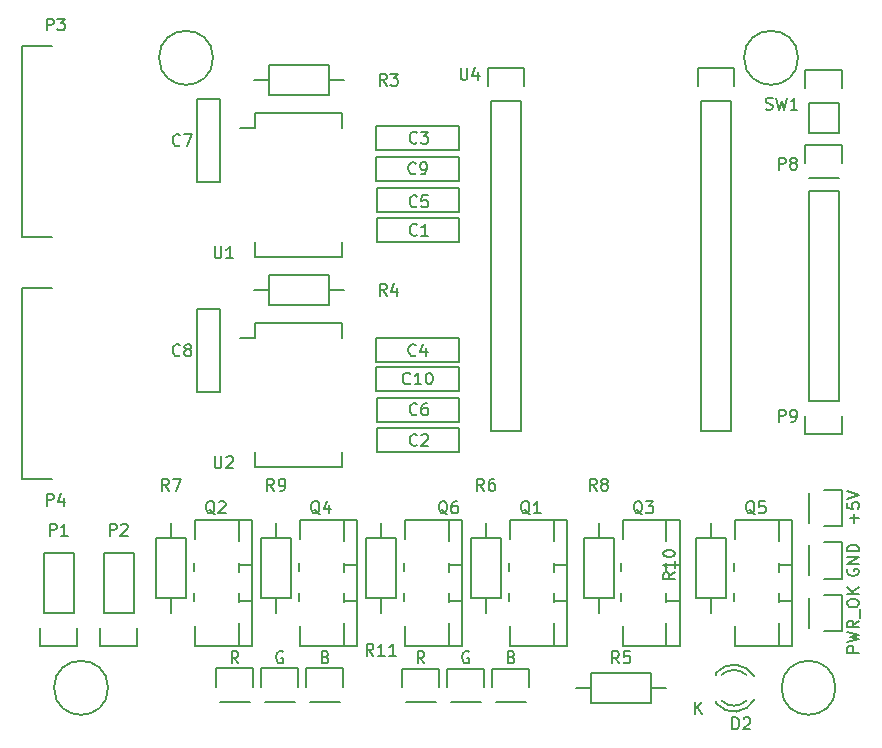
<source format=gto>
G04 #@! TF.FileFunction,Legend,Top*
%FSLAX46Y46*%
G04 Gerber Fmt 4.6, Leading zero omitted, Abs format (unit mm)*
G04 Created by KiCad (PCBNEW 4.0.0-stable) date Monday, December 21, 2015 'AMt' 12:47:19 AM*
%MOMM*%
G01*
G04 APERTURE LIST*
%ADD10C,0.100000*%
%ADD11C,0.150000*%
G04 APERTURE END LIST*
D10*
D11*
X152781000Y-128270000D02*
G75*
G03X152781000Y-128270000I-2286000J0D01*
G01*
X91186000Y-128270000D02*
G75*
G03X91186000Y-128270000I-2286000J0D01*
G01*
X103461143Y-126613701D02*
X103461143Y-128163701D01*
X100361143Y-128163701D02*
X100361143Y-126613701D01*
X100361143Y-126613701D02*
X103461143Y-126613701D01*
X100641143Y-129433701D02*
X103181143Y-129433701D01*
X100076000Y-74930000D02*
G75*
G03X100076000Y-74930000I-2286000J0D01*
G01*
X126164362Y-78575728D02*
X126164362Y-106515728D01*
X126164362Y-106515728D02*
X123624362Y-106515728D01*
X123624362Y-106515728D02*
X123624362Y-78575728D01*
X126444362Y-75755728D02*
X126444362Y-77305728D01*
X126164362Y-78575728D02*
X123624362Y-78575728D01*
X123344362Y-77305728D02*
X123344362Y-75755728D01*
X123344362Y-75755728D02*
X126444362Y-75755728D01*
X144224362Y-75755728D02*
X144224362Y-77305728D01*
X141124362Y-77305728D02*
X141124362Y-75755728D01*
X141124362Y-75755728D02*
X144224362Y-75755728D01*
X143944362Y-78575728D02*
X141404362Y-78575728D01*
X141404362Y-106515728D02*
X141404362Y-78575728D01*
X143944362Y-78575728D02*
X143944362Y-106515728D01*
X143944362Y-106515728D02*
X141404362Y-106515728D01*
X113935000Y-88535000D02*
X120935000Y-88535000D01*
X120935000Y-88535000D02*
X120935000Y-90535000D01*
X120935000Y-90535000D02*
X113935000Y-90535000D01*
X113935000Y-90535000D02*
X113935000Y-88535000D01*
X113935000Y-106315000D02*
X120935000Y-106315000D01*
X120935000Y-106315000D02*
X120935000Y-108315000D01*
X120935000Y-108315000D02*
X113935000Y-108315000D01*
X113935000Y-108315000D02*
X113935000Y-106315000D01*
X113905000Y-80735000D02*
X120905000Y-80735000D01*
X120905000Y-80735000D02*
X120905000Y-82735000D01*
X120905000Y-82735000D02*
X113905000Y-82735000D01*
X113905000Y-82735000D02*
X113905000Y-80735000D01*
X113905000Y-98695000D02*
X120905000Y-98695000D01*
X120905000Y-98695000D02*
X120905000Y-100695000D01*
X120905000Y-100695000D02*
X113905000Y-100695000D01*
X113905000Y-100695000D02*
X113905000Y-98695000D01*
X113935000Y-85995000D02*
X120935000Y-85995000D01*
X120935000Y-85995000D02*
X120935000Y-87995000D01*
X120935000Y-87995000D02*
X113935000Y-87995000D01*
X113935000Y-87995000D02*
X113935000Y-85995000D01*
X113935000Y-103775000D02*
X120935000Y-103775000D01*
X120935000Y-103775000D02*
X120935000Y-105775000D01*
X120935000Y-105775000D02*
X113935000Y-105775000D01*
X113935000Y-105775000D02*
X113935000Y-103775000D01*
X98695000Y-85455000D02*
X98695000Y-78455000D01*
X98695000Y-78455000D02*
X100695000Y-78455000D01*
X100695000Y-78455000D02*
X100695000Y-85455000D01*
X100695000Y-85455000D02*
X98695000Y-85455000D01*
X98695000Y-103235000D02*
X98695000Y-96235000D01*
X98695000Y-96235000D02*
X100695000Y-96235000D01*
X100695000Y-96235000D02*
X100695000Y-103235000D01*
X100695000Y-103235000D02*
X98695000Y-103235000D01*
X119213459Y-126645719D02*
X119213459Y-128195719D01*
X116113459Y-128195719D02*
X116113459Y-126645719D01*
X116113459Y-126645719D02*
X119213459Y-126645719D01*
X116393459Y-129465719D02*
X118933459Y-129465719D01*
X123023459Y-126645719D02*
X123023459Y-128195719D01*
X119923459Y-128195719D02*
X119923459Y-126645719D01*
X119923459Y-126645719D02*
X123023459Y-126645719D01*
X120203459Y-129465719D02*
X122743459Y-129465719D01*
X107271143Y-126613701D02*
X107271143Y-128163701D01*
X104171143Y-128163701D02*
X104171143Y-126613701D01*
X104171143Y-126613701D02*
X107271143Y-126613701D01*
X104451143Y-129433701D02*
X106991143Y-129433701D01*
X126833459Y-126645719D02*
X126833459Y-128195719D01*
X123733459Y-128195719D02*
X123733459Y-126645719D01*
X123733459Y-126645719D02*
X126833459Y-126645719D01*
X124013459Y-129465719D02*
X126553459Y-129465719D01*
X111081143Y-126613701D02*
X111081143Y-128163701D01*
X107981143Y-128163701D02*
X107981143Y-126613701D01*
X107981143Y-126613701D02*
X111081143Y-126613701D01*
X108261143Y-129433701D02*
X110801143Y-129433701D01*
X88265000Y-121920000D02*
X88265000Y-116840000D01*
X88265000Y-116840000D02*
X85725000Y-116840000D01*
X85725000Y-116840000D02*
X85725000Y-121920000D01*
X85445000Y-124740000D02*
X85445000Y-123190000D01*
X85725000Y-121920000D02*
X88265000Y-121920000D01*
X88545000Y-123190000D02*
X88545000Y-124740000D01*
X88545000Y-124740000D02*
X85445000Y-124740000D01*
X93345000Y-121920000D02*
X93345000Y-116840000D01*
X93345000Y-116840000D02*
X90805000Y-116840000D01*
X90805000Y-116840000D02*
X90805000Y-121920000D01*
X90525000Y-124740000D02*
X90525000Y-123190000D01*
X90805000Y-121920000D02*
X93345000Y-121920000D01*
X93625000Y-123190000D02*
X93625000Y-124740000D01*
X93625000Y-124740000D02*
X90525000Y-124740000D01*
X153315000Y-123470000D02*
X151765000Y-123470000D01*
X151765000Y-120370000D02*
X153315000Y-120370000D01*
X153315000Y-120370000D02*
X153315000Y-123470000D01*
X150495000Y-120650000D02*
X150495000Y-123190000D01*
X153315000Y-114580000D02*
X151765000Y-114580000D01*
X151765000Y-111480000D02*
X153315000Y-111480000D01*
X153315000Y-111480000D02*
X153315000Y-114580000D01*
X150495000Y-111760000D02*
X150495000Y-114300000D01*
X153315000Y-119025000D02*
X151765000Y-119025000D01*
X151765000Y-115925000D02*
X153315000Y-115925000D01*
X153315000Y-115925000D02*
X153315000Y-119025000D01*
X150495000Y-116205000D02*
X150495000Y-118745000D01*
X153315000Y-82270000D02*
X153315000Y-83820000D01*
X150215000Y-83820000D02*
X150215000Y-82270000D01*
X150215000Y-82270000D02*
X153315000Y-82270000D01*
X150495000Y-85090000D02*
X153035000Y-85090000D01*
X150495000Y-103975728D02*
X150495000Y-86195728D01*
X150495000Y-86195728D02*
X153035000Y-86195728D01*
X153035000Y-86195728D02*
X153035000Y-103975728D01*
X150215000Y-106795728D02*
X150215000Y-105245728D01*
X150495000Y-103975728D02*
X153035000Y-103975728D01*
X153315000Y-105245728D02*
X153315000Y-106795728D01*
X153315000Y-106795728D02*
X150215000Y-106795728D01*
X109855000Y-78105000D02*
X104775000Y-78105000D01*
X104775000Y-78105000D02*
X104775000Y-75565000D01*
X104775000Y-75565000D02*
X109855000Y-75565000D01*
X109855000Y-75565000D02*
X109855000Y-78105000D01*
X109855000Y-76835000D02*
X111125000Y-76835000D01*
X104775000Y-76835000D02*
X103505000Y-76835000D01*
X109855000Y-95885000D02*
X104775000Y-95885000D01*
X104775000Y-95885000D02*
X104775000Y-93345000D01*
X104775000Y-93345000D02*
X109855000Y-93345000D01*
X109855000Y-93345000D02*
X109855000Y-95885000D01*
X109855000Y-94615000D02*
X111125000Y-94615000D01*
X104775000Y-94615000D02*
X103505000Y-94615000D01*
X132080000Y-127000000D02*
X137160000Y-127000000D01*
X137160000Y-127000000D02*
X137160000Y-129540000D01*
X137160000Y-129540000D02*
X132080000Y-129540000D01*
X132080000Y-129540000D02*
X132080000Y-127000000D01*
X132080000Y-128270000D02*
X130810000Y-128270000D01*
X137160000Y-128270000D02*
X138430000Y-128270000D01*
X121920000Y-120650000D02*
X121920000Y-115570000D01*
X121920000Y-115570000D02*
X124460000Y-115570000D01*
X124460000Y-115570000D02*
X124460000Y-120650000D01*
X124460000Y-120650000D02*
X121920000Y-120650000D01*
X123190000Y-120650000D02*
X123190000Y-121920000D01*
X123190000Y-115570000D02*
X123190000Y-114300000D01*
X95250000Y-120650000D02*
X95250000Y-115570000D01*
X95250000Y-115570000D02*
X97790000Y-115570000D01*
X97790000Y-115570000D02*
X97790000Y-120650000D01*
X97790000Y-120650000D02*
X95250000Y-120650000D01*
X96520000Y-120650000D02*
X96520000Y-121920000D01*
X96520000Y-115570000D02*
X96520000Y-114300000D01*
X131445000Y-120650000D02*
X131445000Y-115570000D01*
X131445000Y-115570000D02*
X133985000Y-115570000D01*
X133985000Y-115570000D02*
X133985000Y-120650000D01*
X133985000Y-120650000D02*
X131445000Y-120650000D01*
X132715000Y-120650000D02*
X132715000Y-121920000D01*
X132715000Y-115570000D02*
X132715000Y-114300000D01*
X104140000Y-120650000D02*
X104140000Y-115570000D01*
X104140000Y-115570000D02*
X106680000Y-115570000D01*
X106680000Y-115570000D02*
X106680000Y-120650000D01*
X106680000Y-120650000D02*
X104140000Y-120650000D01*
X105410000Y-120650000D02*
X105410000Y-121920000D01*
X105410000Y-115570000D02*
X105410000Y-114300000D01*
X140970000Y-120650000D02*
X140970000Y-115570000D01*
X140970000Y-115570000D02*
X143510000Y-115570000D01*
X143510000Y-115570000D02*
X143510000Y-120650000D01*
X143510000Y-120650000D02*
X140970000Y-120650000D01*
X142240000Y-120650000D02*
X142240000Y-121920000D01*
X142240000Y-115570000D02*
X142240000Y-114300000D01*
X113030000Y-120650000D02*
X113030000Y-115570000D01*
X113030000Y-115570000D02*
X115570000Y-115570000D01*
X115570000Y-115570000D02*
X115570000Y-120650000D01*
X115570000Y-120650000D02*
X113030000Y-120650000D01*
X114300000Y-120650000D02*
X114300000Y-121920000D01*
X114300000Y-115570000D02*
X114300000Y-114300000D01*
X153035000Y-78740000D02*
X153035000Y-81280000D01*
X153315000Y-75920000D02*
X153315000Y-77470000D01*
X153035000Y-78740000D02*
X150495000Y-78740000D01*
X150215000Y-77470000D02*
X150215000Y-75920000D01*
X150215000Y-75920000D02*
X153315000Y-75920000D01*
X150495000Y-78740000D02*
X150495000Y-81280000D01*
X150495000Y-81280000D02*
X153035000Y-81280000D01*
X103640000Y-79620000D02*
X103640000Y-80890000D01*
X110990000Y-79620000D02*
X110990000Y-80890000D01*
X110990000Y-91830000D02*
X110990000Y-90560000D01*
X103640000Y-91830000D02*
X103640000Y-90560000D01*
X103640000Y-79620000D02*
X110990000Y-79620000D01*
X103640000Y-91830000D02*
X110990000Y-91830000D01*
X103640000Y-80890000D02*
X102355000Y-80890000D01*
X103640000Y-97400000D02*
X103640000Y-98670000D01*
X110990000Y-97400000D02*
X110990000Y-98670000D01*
X110990000Y-109610000D02*
X110990000Y-108340000D01*
X103640000Y-109610000D02*
X103640000Y-108340000D01*
X103640000Y-97400000D02*
X110990000Y-97400000D01*
X103640000Y-109610000D02*
X110990000Y-109610000D01*
X103640000Y-98670000D02*
X102355000Y-98670000D01*
X83893607Y-73935000D02*
X86433607Y-73935000D01*
X83893607Y-90135000D02*
X86433607Y-90135000D01*
X83893607Y-90135000D02*
X83893607Y-73935000D01*
X83893607Y-94382355D02*
X86433607Y-94382355D01*
X83893607Y-110582355D02*
X86433607Y-110582355D01*
X83893607Y-110582355D02*
X83893607Y-94382355D01*
X102235000Y-124714000D02*
X102235000Y-122809000D01*
X102235000Y-120269000D02*
X102235000Y-121031000D01*
X102235000Y-117856000D02*
X102235000Y-117729000D01*
X102235000Y-117856000D02*
X102235000Y-118491000D01*
X102235000Y-114046000D02*
X102235000Y-115824000D01*
X98552000Y-114046000D02*
X98552000Y-115697000D01*
X98425000Y-118364000D02*
X98425000Y-117729000D01*
X98425000Y-120904000D02*
X98425000Y-120269000D01*
X98552000Y-124714000D02*
X98552000Y-123063000D01*
X103378000Y-117856000D02*
X102235000Y-117856000D01*
X103378000Y-120904000D02*
X102235000Y-120904000D01*
X102235000Y-124714000D02*
X98552000Y-124714000D01*
X98552000Y-114046000D02*
X102235000Y-114046000D01*
X103378000Y-124714000D02*
X102235000Y-124714000D01*
X102235000Y-114046000D02*
X103378000Y-114046000D01*
X103378000Y-119380000D02*
X103378000Y-114046000D01*
X103378000Y-119380000D02*
X103378000Y-124714000D01*
X111125000Y-124714000D02*
X111125000Y-122809000D01*
X111125000Y-120269000D02*
X111125000Y-121031000D01*
X111125000Y-117856000D02*
X111125000Y-117729000D01*
X111125000Y-117856000D02*
X111125000Y-118491000D01*
X111125000Y-114046000D02*
X111125000Y-115824000D01*
X107442000Y-114046000D02*
X107442000Y-115697000D01*
X107315000Y-118364000D02*
X107315000Y-117729000D01*
X107315000Y-120904000D02*
X107315000Y-120269000D01*
X107442000Y-124714000D02*
X107442000Y-123063000D01*
X112268000Y-117856000D02*
X111125000Y-117856000D01*
X112268000Y-120904000D02*
X111125000Y-120904000D01*
X111125000Y-124714000D02*
X107442000Y-124714000D01*
X107442000Y-114046000D02*
X111125000Y-114046000D01*
X112268000Y-124714000D02*
X111125000Y-124714000D01*
X111125000Y-114046000D02*
X112268000Y-114046000D01*
X112268000Y-119380000D02*
X112268000Y-114046000D01*
X112268000Y-119380000D02*
X112268000Y-124714000D01*
X120015000Y-124714000D02*
X120015000Y-122809000D01*
X120015000Y-120269000D02*
X120015000Y-121031000D01*
X120015000Y-117856000D02*
X120015000Y-117729000D01*
X120015000Y-117856000D02*
X120015000Y-118491000D01*
X120015000Y-114046000D02*
X120015000Y-115824000D01*
X116332000Y-114046000D02*
X116332000Y-115697000D01*
X116205000Y-118364000D02*
X116205000Y-117729000D01*
X116205000Y-120904000D02*
X116205000Y-120269000D01*
X116332000Y-124714000D02*
X116332000Y-123063000D01*
X121158000Y-117856000D02*
X120015000Y-117856000D01*
X121158000Y-120904000D02*
X120015000Y-120904000D01*
X120015000Y-124714000D02*
X116332000Y-124714000D01*
X116332000Y-114046000D02*
X120015000Y-114046000D01*
X121158000Y-124714000D02*
X120015000Y-124714000D01*
X120015000Y-114046000D02*
X121158000Y-114046000D01*
X121158000Y-119380000D02*
X121158000Y-114046000D01*
X121158000Y-119380000D02*
X121158000Y-124714000D01*
X128905000Y-124714000D02*
X128905000Y-122809000D01*
X128905000Y-120269000D02*
X128905000Y-121031000D01*
X128905000Y-117856000D02*
X128905000Y-117729000D01*
X128905000Y-117856000D02*
X128905000Y-118491000D01*
X128905000Y-114046000D02*
X128905000Y-115824000D01*
X125222000Y-114046000D02*
X125222000Y-115697000D01*
X125095000Y-118364000D02*
X125095000Y-117729000D01*
X125095000Y-120904000D02*
X125095000Y-120269000D01*
X125222000Y-124714000D02*
X125222000Y-123063000D01*
X130048000Y-117856000D02*
X128905000Y-117856000D01*
X130048000Y-120904000D02*
X128905000Y-120904000D01*
X128905000Y-124714000D02*
X125222000Y-124714000D01*
X125222000Y-114046000D02*
X128905000Y-114046000D01*
X130048000Y-124714000D02*
X128905000Y-124714000D01*
X128905000Y-114046000D02*
X130048000Y-114046000D01*
X130048000Y-119380000D02*
X130048000Y-114046000D01*
X130048000Y-119380000D02*
X130048000Y-124714000D01*
X138430000Y-124714000D02*
X138430000Y-122809000D01*
X138430000Y-120269000D02*
X138430000Y-121031000D01*
X138430000Y-117856000D02*
X138430000Y-117729000D01*
X138430000Y-117856000D02*
X138430000Y-118491000D01*
X138430000Y-114046000D02*
X138430000Y-115824000D01*
X134747000Y-114046000D02*
X134747000Y-115697000D01*
X134620000Y-118364000D02*
X134620000Y-117729000D01*
X134620000Y-120904000D02*
X134620000Y-120269000D01*
X134747000Y-124714000D02*
X134747000Y-123063000D01*
X139573000Y-117856000D02*
X138430000Y-117856000D01*
X139573000Y-120904000D02*
X138430000Y-120904000D01*
X138430000Y-124714000D02*
X134747000Y-124714000D01*
X134747000Y-114046000D02*
X138430000Y-114046000D01*
X139573000Y-124714000D02*
X138430000Y-124714000D01*
X138430000Y-114046000D02*
X139573000Y-114046000D01*
X139573000Y-119380000D02*
X139573000Y-114046000D01*
X139573000Y-119380000D02*
X139573000Y-124714000D01*
X147955000Y-124714000D02*
X147955000Y-122809000D01*
X147955000Y-120269000D02*
X147955000Y-121031000D01*
X147955000Y-117856000D02*
X147955000Y-117729000D01*
X147955000Y-117856000D02*
X147955000Y-118491000D01*
X147955000Y-114046000D02*
X147955000Y-115824000D01*
X144272000Y-114046000D02*
X144272000Y-115697000D01*
X144145000Y-118364000D02*
X144145000Y-117729000D01*
X144145000Y-120904000D02*
X144145000Y-120269000D01*
X144272000Y-124714000D02*
X144272000Y-123063000D01*
X149098000Y-117856000D02*
X147955000Y-117856000D01*
X149098000Y-120904000D02*
X147955000Y-120904000D01*
X147955000Y-124714000D02*
X144272000Y-124714000D01*
X144272000Y-114046000D02*
X147955000Y-114046000D01*
X149098000Y-124714000D02*
X147955000Y-124714000D01*
X147955000Y-114046000D02*
X149098000Y-114046000D01*
X149098000Y-119380000D02*
X149098000Y-114046000D01*
X149098000Y-119380000D02*
X149098000Y-124714000D01*
X149606000Y-74930000D02*
G75*
G03X149606000Y-74930000I-2286000J0D01*
G01*
X113905000Y-83335000D02*
X120905000Y-83335000D01*
X120905000Y-83335000D02*
X120905000Y-85335000D01*
X120905000Y-85335000D02*
X113905000Y-85335000D01*
X113905000Y-85335000D02*
X113905000Y-83335000D01*
X113905000Y-101135000D02*
X120905000Y-101135000D01*
X120905000Y-101135000D02*
X120905000Y-103135000D01*
X120905000Y-103135000D02*
X113905000Y-103135000D01*
X113905000Y-103135000D02*
X113905000Y-101135000D01*
X142676000Y-129584000D02*
X142676000Y-129384000D01*
X142676000Y-126990000D02*
X142676000Y-127170000D01*
X145903744Y-127300357D02*
G75*
G03X142676000Y-126984000I-1727744J-1003643D01*
G01*
X145228006Y-127170932D02*
G75*
G03X143125000Y-127170000I-1052006J-1133068D01*
G01*
X142688780Y-129610726D02*
G75*
G03X145926000Y-129264000I1497220J1306726D01*
G01*
X143162111Y-129383253D02*
G75*
G03X145210000Y-129364000I1013889J1079253D01*
G01*
X102220667Y-126182381D02*
X101887333Y-125706190D01*
X101649238Y-126182381D02*
X101649238Y-125182381D01*
X102030191Y-125182381D01*
X102125429Y-125230000D01*
X102173048Y-125277619D01*
X102220667Y-125372857D01*
X102220667Y-125515714D01*
X102173048Y-125610952D01*
X102125429Y-125658571D01*
X102030191Y-125706190D01*
X101649238Y-125706190D01*
X121031095Y-75779381D02*
X121031095Y-76588905D01*
X121078714Y-76684143D01*
X121126333Y-76731762D01*
X121221571Y-76779381D01*
X121412048Y-76779381D01*
X121507286Y-76731762D01*
X121554905Y-76684143D01*
X121602524Y-76588905D01*
X121602524Y-75779381D01*
X122507286Y-76112714D02*
X122507286Y-76779381D01*
X122269190Y-75731762D02*
X122031095Y-76446048D01*
X122650143Y-76446048D01*
X117338334Y-89892143D02*
X117290715Y-89939762D01*
X117147858Y-89987381D01*
X117052620Y-89987381D01*
X116909762Y-89939762D01*
X116814524Y-89844524D01*
X116766905Y-89749286D01*
X116719286Y-89558810D01*
X116719286Y-89415952D01*
X116766905Y-89225476D01*
X116814524Y-89130238D01*
X116909762Y-89035000D01*
X117052620Y-88987381D01*
X117147858Y-88987381D01*
X117290715Y-89035000D01*
X117338334Y-89082619D01*
X118290715Y-89987381D02*
X117719286Y-89987381D01*
X118005000Y-89987381D02*
X118005000Y-88987381D01*
X117909762Y-89130238D01*
X117814524Y-89225476D01*
X117719286Y-89273095D01*
X117338334Y-107692143D02*
X117290715Y-107739762D01*
X117147858Y-107787381D01*
X117052620Y-107787381D01*
X116909762Y-107739762D01*
X116814524Y-107644524D01*
X116766905Y-107549286D01*
X116719286Y-107358810D01*
X116719286Y-107215952D01*
X116766905Y-107025476D01*
X116814524Y-106930238D01*
X116909762Y-106835000D01*
X117052620Y-106787381D01*
X117147858Y-106787381D01*
X117290715Y-106835000D01*
X117338334Y-106882619D01*
X117719286Y-106882619D02*
X117766905Y-106835000D01*
X117862143Y-106787381D01*
X118100239Y-106787381D01*
X118195477Y-106835000D01*
X118243096Y-106882619D01*
X118290715Y-106977857D01*
X118290715Y-107073095D01*
X118243096Y-107215952D01*
X117671667Y-107787381D01*
X118290715Y-107787381D01*
X117338334Y-82092143D02*
X117290715Y-82139762D01*
X117147858Y-82187381D01*
X117052620Y-82187381D01*
X116909762Y-82139762D01*
X116814524Y-82044524D01*
X116766905Y-81949286D01*
X116719286Y-81758810D01*
X116719286Y-81615952D01*
X116766905Y-81425476D01*
X116814524Y-81330238D01*
X116909762Y-81235000D01*
X117052620Y-81187381D01*
X117147858Y-81187381D01*
X117290715Y-81235000D01*
X117338334Y-81282619D01*
X117671667Y-81187381D02*
X118290715Y-81187381D01*
X117957381Y-81568333D01*
X118100239Y-81568333D01*
X118195477Y-81615952D01*
X118243096Y-81663571D01*
X118290715Y-81758810D01*
X118290715Y-81996905D01*
X118243096Y-82092143D01*
X118195477Y-82139762D01*
X118100239Y-82187381D01*
X117814524Y-82187381D01*
X117719286Y-82139762D01*
X117671667Y-82092143D01*
X117238334Y-100092143D02*
X117190715Y-100139762D01*
X117047858Y-100187381D01*
X116952620Y-100187381D01*
X116809762Y-100139762D01*
X116714524Y-100044524D01*
X116666905Y-99949286D01*
X116619286Y-99758810D01*
X116619286Y-99615952D01*
X116666905Y-99425476D01*
X116714524Y-99330238D01*
X116809762Y-99235000D01*
X116952620Y-99187381D01*
X117047858Y-99187381D01*
X117190715Y-99235000D01*
X117238334Y-99282619D01*
X118095477Y-99520714D02*
X118095477Y-100187381D01*
X117857381Y-99139762D02*
X117619286Y-99854048D01*
X118238334Y-99854048D01*
X117338334Y-87492143D02*
X117290715Y-87539762D01*
X117147858Y-87587381D01*
X117052620Y-87587381D01*
X116909762Y-87539762D01*
X116814524Y-87444524D01*
X116766905Y-87349286D01*
X116719286Y-87158810D01*
X116719286Y-87015952D01*
X116766905Y-86825476D01*
X116814524Y-86730238D01*
X116909762Y-86635000D01*
X117052620Y-86587381D01*
X117147858Y-86587381D01*
X117290715Y-86635000D01*
X117338334Y-86682619D01*
X118243096Y-86587381D02*
X117766905Y-86587381D01*
X117719286Y-87063571D01*
X117766905Y-87015952D01*
X117862143Y-86968333D01*
X118100239Y-86968333D01*
X118195477Y-87015952D01*
X118243096Y-87063571D01*
X118290715Y-87158810D01*
X118290715Y-87396905D01*
X118243096Y-87492143D01*
X118195477Y-87539762D01*
X118100239Y-87587381D01*
X117862143Y-87587381D01*
X117766905Y-87539762D01*
X117719286Y-87492143D01*
X117338334Y-105092143D02*
X117290715Y-105139762D01*
X117147858Y-105187381D01*
X117052620Y-105187381D01*
X116909762Y-105139762D01*
X116814524Y-105044524D01*
X116766905Y-104949286D01*
X116719286Y-104758810D01*
X116719286Y-104615952D01*
X116766905Y-104425476D01*
X116814524Y-104330238D01*
X116909762Y-104235000D01*
X117052620Y-104187381D01*
X117147858Y-104187381D01*
X117290715Y-104235000D01*
X117338334Y-104282619D01*
X118195477Y-104187381D02*
X118005000Y-104187381D01*
X117909762Y-104235000D01*
X117862143Y-104282619D01*
X117766905Y-104425476D01*
X117719286Y-104615952D01*
X117719286Y-104996905D01*
X117766905Y-105092143D01*
X117814524Y-105139762D01*
X117909762Y-105187381D01*
X118100239Y-105187381D01*
X118195477Y-105139762D01*
X118243096Y-105092143D01*
X118290715Y-104996905D01*
X118290715Y-104758810D01*
X118243096Y-104663571D01*
X118195477Y-104615952D01*
X118100239Y-104568333D01*
X117909762Y-104568333D01*
X117814524Y-104615952D01*
X117766905Y-104663571D01*
X117719286Y-104758810D01*
X97278334Y-82312143D02*
X97230715Y-82359762D01*
X97087858Y-82407381D01*
X96992620Y-82407381D01*
X96849762Y-82359762D01*
X96754524Y-82264524D01*
X96706905Y-82169286D01*
X96659286Y-81978810D01*
X96659286Y-81835952D01*
X96706905Y-81645476D01*
X96754524Y-81550238D01*
X96849762Y-81455000D01*
X96992620Y-81407381D01*
X97087858Y-81407381D01*
X97230715Y-81455000D01*
X97278334Y-81502619D01*
X97611667Y-81407381D02*
X98278334Y-81407381D01*
X97849762Y-82407381D01*
X97278334Y-100092143D02*
X97230715Y-100139762D01*
X97087858Y-100187381D01*
X96992620Y-100187381D01*
X96849762Y-100139762D01*
X96754524Y-100044524D01*
X96706905Y-99949286D01*
X96659286Y-99758810D01*
X96659286Y-99615952D01*
X96706905Y-99425476D01*
X96754524Y-99330238D01*
X96849762Y-99235000D01*
X96992620Y-99187381D01*
X97087858Y-99187381D01*
X97230715Y-99235000D01*
X97278334Y-99282619D01*
X97849762Y-99615952D02*
X97754524Y-99568333D01*
X97706905Y-99520714D01*
X97659286Y-99425476D01*
X97659286Y-99377857D01*
X97706905Y-99282619D01*
X97754524Y-99235000D01*
X97849762Y-99187381D01*
X98040239Y-99187381D01*
X98135477Y-99235000D01*
X98183096Y-99282619D01*
X98230715Y-99377857D01*
X98230715Y-99425476D01*
X98183096Y-99520714D01*
X98135477Y-99568333D01*
X98040239Y-99615952D01*
X97849762Y-99615952D01*
X97754524Y-99663571D01*
X97706905Y-99711190D01*
X97659286Y-99806429D01*
X97659286Y-99996905D01*
X97706905Y-100092143D01*
X97754524Y-100139762D01*
X97849762Y-100187381D01*
X98040239Y-100187381D01*
X98135477Y-100139762D01*
X98183096Y-100092143D01*
X98230715Y-99996905D01*
X98230715Y-99806429D01*
X98183096Y-99711190D01*
X98135477Y-99663571D01*
X98040239Y-99615952D01*
X117972983Y-126182381D02*
X117639649Y-125706190D01*
X117401554Y-126182381D02*
X117401554Y-125182381D01*
X117782507Y-125182381D01*
X117877745Y-125230000D01*
X117925364Y-125277619D01*
X117972983Y-125372857D01*
X117972983Y-125515714D01*
X117925364Y-125610952D01*
X117877745Y-125658571D01*
X117782507Y-125706190D01*
X117401554Y-125706190D01*
X121735364Y-125230000D02*
X121640126Y-125182381D01*
X121497269Y-125182381D01*
X121354411Y-125230000D01*
X121259173Y-125325238D01*
X121211554Y-125420476D01*
X121163935Y-125610952D01*
X121163935Y-125753810D01*
X121211554Y-125944286D01*
X121259173Y-126039524D01*
X121354411Y-126134762D01*
X121497269Y-126182381D01*
X121592507Y-126182381D01*
X121735364Y-126134762D01*
X121782983Y-126087143D01*
X121782983Y-125753810D01*
X121592507Y-125753810D01*
X105983048Y-125230000D02*
X105887810Y-125182381D01*
X105744953Y-125182381D01*
X105602095Y-125230000D01*
X105506857Y-125325238D01*
X105459238Y-125420476D01*
X105411619Y-125610952D01*
X105411619Y-125753810D01*
X105459238Y-125944286D01*
X105506857Y-126039524D01*
X105602095Y-126134762D01*
X105744953Y-126182381D01*
X105840191Y-126182381D01*
X105983048Y-126134762D01*
X106030667Y-126087143D01*
X106030667Y-125753810D01*
X105840191Y-125753810D01*
X125354888Y-125658571D02*
X125497745Y-125706190D01*
X125545364Y-125753810D01*
X125592983Y-125849048D01*
X125592983Y-125991905D01*
X125545364Y-126087143D01*
X125497745Y-126134762D01*
X125402507Y-126182381D01*
X125021554Y-126182381D01*
X125021554Y-125182381D01*
X125354888Y-125182381D01*
X125450126Y-125230000D01*
X125497745Y-125277619D01*
X125545364Y-125372857D01*
X125545364Y-125468095D01*
X125497745Y-125563333D01*
X125450126Y-125610952D01*
X125354888Y-125658571D01*
X125021554Y-125658571D01*
X109602572Y-125658571D02*
X109745429Y-125706190D01*
X109793048Y-125753810D01*
X109840667Y-125849048D01*
X109840667Y-125991905D01*
X109793048Y-126087143D01*
X109745429Y-126134762D01*
X109650191Y-126182381D01*
X109269238Y-126182381D01*
X109269238Y-125182381D01*
X109602572Y-125182381D01*
X109697810Y-125230000D01*
X109745429Y-125277619D01*
X109793048Y-125372857D01*
X109793048Y-125468095D01*
X109745429Y-125563333D01*
X109697810Y-125610952D01*
X109602572Y-125658571D01*
X109269238Y-125658571D01*
X86256905Y-115387381D02*
X86256905Y-114387381D01*
X86637858Y-114387381D01*
X86733096Y-114435000D01*
X86780715Y-114482619D01*
X86828334Y-114577857D01*
X86828334Y-114720714D01*
X86780715Y-114815952D01*
X86733096Y-114863571D01*
X86637858Y-114911190D01*
X86256905Y-114911190D01*
X87780715Y-115387381D02*
X87209286Y-115387381D01*
X87495000Y-115387381D02*
X87495000Y-114387381D01*
X87399762Y-114530238D01*
X87304524Y-114625476D01*
X87209286Y-114673095D01*
X91336905Y-115387381D02*
X91336905Y-114387381D01*
X91717858Y-114387381D01*
X91813096Y-114435000D01*
X91860715Y-114482619D01*
X91908334Y-114577857D01*
X91908334Y-114720714D01*
X91860715Y-114815952D01*
X91813096Y-114863571D01*
X91717858Y-114911190D01*
X91336905Y-114911190D01*
X92289286Y-114482619D02*
X92336905Y-114435000D01*
X92432143Y-114387381D01*
X92670239Y-114387381D01*
X92765477Y-114435000D01*
X92813096Y-114482619D01*
X92860715Y-114577857D01*
X92860715Y-114673095D01*
X92813096Y-114815952D01*
X92241667Y-115387381D01*
X92860715Y-115387381D01*
X154757381Y-125293095D02*
X153757381Y-125293095D01*
X153757381Y-124912142D01*
X153805000Y-124816904D01*
X153852619Y-124769285D01*
X153947857Y-124721666D01*
X154090714Y-124721666D01*
X154185952Y-124769285D01*
X154233571Y-124816904D01*
X154281190Y-124912142D01*
X154281190Y-125293095D01*
X153757381Y-124388333D02*
X154757381Y-124150238D01*
X154043095Y-123959761D01*
X154757381Y-123769285D01*
X153757381Y-123531190D01*
X154757381Y-122578809D02*
X154281190Y-122912143D01*
X154757381Y-123150238D02*
X153757381Y-123150238D01*
X153757381Y-122769285D01*
X153805000Y-122674047D01*
X153852619Y-122626428D01*
X153947857Y-122578809D01*
X154090714Y-122578809D01*
X154185952Y-122626428D01*
X154233571Y-122674047D01*
X154281190Y-122769285D01*
X154281190Y-123150238D01*
X154852619Y-122388333D02*
X154852619Y-121626428D01*
X153757381Y-121197857D02*
X153757381Y-121007380D01*
X153805000Y-120912142D01*
X153900238Y-120816904D01*
X154090714Y-120769285D01*
X154424048Y-120769285D01*
X154614524Y-120816904D01*
X154709762Y-120912142D01*
X154757381Y-121007380D01*
X154757381Y-121197857D01*
X154709762Y-121293095D01*
X154614524Y-121388333D01*
X154424048Y-121435952D01*
X154090714Y-121435952D01*
X153900238Y-121388333D01*
X153805000Y-121293095D01*
X153757381Y-121197857D01*
X154757381Y-120340714D02*
X153757381Y-120340714D01*
X154757381Y-119769285D02*
X154185952Y-120197857D01*
X153757381Y-119769285D02*
X154328810Y-120340714D01*
X154376429Y-114315714D02*
X154376429Y-113553809D01*
X154757381Y-113934761D02*
X153995476Y-113934761D01*
X153757381Y-112601428D02*
X153757381Y-113077619D01*
X154233571Y-113125238D01*
X154185952Y-113077619D01*
X154138333Y-112982381D01*
X154138333Y-112744285D01*
X154185952Y-112649047D01*
X154233571Y-112601428D01*
X154328810Y-112553809D01*
X154566905Y-112553809D01*
X154662143Y-112601428D01*
X154709762Y-112649047D01*
X154757381Y-112744285D01*
X154757381Y-112982381D01*
X154709762Y-113077619D01*
X154662143Y-113125238D01*
X153757381Y-112268095D02*
X154757381Y-111934762D01*
X153757381Y-111601428D01*
X153805000Y-118236904D02*
X153757381Y-118332142D01*
X153757381Y-118474999D01*
X153805000Y-118617857D01*
X153900238Y-118713095D01*
X153995476Y-118760714D01*
X154185952Y-118808333D01*
X154328810Y-118808333D01*
X154519286Y-118760714D01*
X154614524Y-118713095D01*
X154709762Y-118617857D01*
X154757381Y-118474999D01*
X154757381Y-118379761D01*
X154709762Y-118236904D01*
X154662143Y-118189285D01*
X154328810Y-118189285D01*
X154328810Y-118379761D01*
X154757381Y-117760714D02*
X153757381Y-117760714D01*
X154757381Y-117189285D01*
X153757381Y-117189285D01*
X154757381Y-116713095D02*
X153757381Y-116713095D01*
X153757381Y-116475000D01*
X153805000Y-116332142D01*
X153900238Y-116236904D01*
X153995476Y-116189285D01*
X154185952Y-116141666D01*
X154328810Y-116141666D01*
X154519286Y-116189285D01*
X154614524Y-116236904D01*
X154709762Y-116332142D01*
X154757381Y-116475000D01*
X154757381Y-116713095D01*
X147978905Y-84399381D02*
X147978905Y-83399381D01*
X148359858Y-83399381D01*
X148455096Y-83447000D01*
X148502715Y-83494619D01*
X148550334Y-83589857D01*
X148550334Y-83732714D01*
X148502715Y-83827952D01*
X148455096Y-83875571D01*
X148359858Y-83923190D01*
X147978905Y-83923190D01*
X149121762Y-83827952D02*
X149026524Y-83780333D01*
X148978905Y-83732714D01*
X148931286Y-83637476D01*
X148931286Y-83589857D01*
X148978905Y-83494619D01*
X149026524Y-83447000D01*
X149121762Y-83399381D01*
X149312239Y-83399381D01*
X149407477Y-83447000D01*
X149455096Y-83494619D01*
X149502715Y-83589857D01*
X149502715Y-83637476D01*
X149455096Y-83732714D01*
X149407477Y-83780333D01*
X149312239Y-83827952D01*
X149121762Y-83827952D01*
X149026524Y-83875571D01*
X148978905Y-83923190D01*
X148931286Y-84018429D01*
X148931286Y-84208905D01*
X148978905Y-84304143D01*
X149026524Y-84351762D01*
X149121762Y-84399381D01*
X149312239Y-84399381D01*
X149407477Y-84351762D01*
X149455096Y-84304143D01*
X149502715Y-84208905D01*
X149502715Y-84018429D01*
X149455096Y-83923190D01*
X149407477Y-83875571D01*
X149312239Y-83827952D01*
X147978905Y-105735381D02*
X147978905Y-104735381D01*
X148359858Y-104735381D01*
X148455096Y-104783000D01*
X148502715Y-104830619D01*
X148550334Y-104925857D01*
X148550334Y-105068714D01*
X148502715Y-105163952D01*
X148455096Y-105211571D01*
X148359858Y-105259190D01*
X147978905Y-105259190D01*
X149026524Y-105735381D02*
X149217000Y-105735381D01*
X149312239Y-105687762D01*
X149359858Y-105640143D01*
X149455096Y-105497286D01*
X149502715Y-105306810D01*
X149502715Y-104925857D01*
X149455096Y-104830619D01*
X149407477Y-104783000D01*
X149312239Y-104735381D01*
X149121762Y-104735381D01*
X149026524Y-104783000D01*
X148978905Y-104830619D01*
X148931286Y-104925857D01*
X148931286Y-105163952D01*
X148978905Y-105259190D01*
X149026524Y-105306810D01*
X149121762Y-105354429D01*
X149312239Y-105354429D01*
X149407477Y-105306810D01*
X149455096Y-105259190D01*
X149502715Y-105163952D01*
X114768334Y-77287381D02*
X114435000Y-76811190D01*
X114196905Y-77287381D02*
X114196905Y-76287381D01*
X114577858Y-76287381D01*
X114673096Y-76335000D01*
X114720715Y-76382619D01*
X114768334Y-76477857D01*
X114768334Y-76620714D01*
X114720715Y-76715952D01*
X114673096Y-76763571D01*
X114577858Y-76811190D01*
X114196905Y-76811190D01*
X115101667Y-76287381D02*
X115720715Y-76287381D01*
X115387381Y-76668333D01*
X115530239Y-76668333D01*
X115625477Y-76715952D01*
X115673096Y-76763571D01*
X115720715Y-76858810D01*
X115720715Y-77096905D01*
X115673096Y-77192143D01*
X115625477Y-77239762D01*
X115530239Y-77287381D01*
X115244524Y-77287381D01*
X115149286Y-77239762D01*
X115101667Y-77192143D01*
X114768334Y-95067381D02*
X114435000Y-94591190D01*
X114196905Y-95067381D02*
X114196905Y-94067381D01*
X114577858Y-94067381D01*
X114673096Y-94115000D01*
X114720715Y-94162619D01*
X114768334Y-94257857D01*
X114768334Y-94400714D01*
X114720715Y-94495952D01*
X114673096Y-94543571D01*
X114577858Y-94591190D01*
X114196905Y-94591190D01*
X115625477Y-94400714D02*
X115625477Y-95067381D01*
X115387381Y-94019762D02*
X115149286Y-94734048D01*
X115768334Y-94734048D01*
X134453334Y-126182381D02*
X134120000Y-125706190D01*
X133881905Y-126182381D02*
X133881905Y-125182381D01*
X134262858Y-125182381D01*
X134358096Y-125230000D01*
X134405715Y-125277619D01*
X134453334Y-125372857D01*
X134453334Y-125515714D01*
X134405715Y-125610952D01*
X134358096Y-125658571D01*
X134262858Y-125706190D01*
X133881905Y-125706190D01*
X135358096Y-125182381D02*
X134881905Y-125182381D01*
X134834286Y-125658571D01*
X134881905Y-125610952D01*
X134977143Y-125563333D01*
X135215239Y-125563333D01*
X135310477Y-125610952D01*
X135358096Y-125658571D01*
X135405715Y-125753810D01*
X135405715Y-125991905D01*
X135358096Y-126087143D01*
X135310477Y-126134762D01*
X135215239Y-126182381D01*
X134977143Y-126182381D01*
X134881905Y-126134762D01*
X134834286Y-126087143D01*
X123023334Y-111577381D02*
X122690000Y-111101190D01*
X122451905Y-111577381D02*
X122451905Y-110577381D01*
X122832858Y-110577381D01*
X122928096Y-110625000D01*
X122975715Y-110672619D01*
X123023334Y-110767857D01*
X123023334Y-110910714D01*
X122975715Y-111005952D01*
X122928096Y-111053571D01*
X122832858Y-111101190D01*
X122451905Y-111101190D01*
X123880477Y-110577381D02*
X123690000Y-110577381D01*
X123594762Y-110625000D01*
X123547143Y-110672619D01*
X123451905Y-110815476D01*
X123404286Y-111005952D01*
X123404286Y-111386905D01*
X123451905Y-111482143D01*
X123499524Y-111529762D01*
X123594762Y-111577381D01*
X123785239Y-111577381D01*
X123880477Y-111529762D01*
X123928096Y-111482143D01*
X123975715Y-111386905D01*
X123975715Y-111148810D01*
X123928096Y-111053571D01*
X123880477Y-111005952D01*
X123785239Y-110958333D01*
X123594762Y-110958333D01*
X123499524Y-111005952D01*
X123451905Y-111053571D01*
X123404286Y-111148810D01*
X96353334Y-111577381D02*
X96020000Y-111101190D01*
X95781905Y-111577381D02*
X95781905Y-110577381D01*
X96162858Y-110577381D01*
X96258096Y-110625000D01*
X96305715Y-110672619D01*
X96353334Y-110767857D01*
X96353334Y-110910714D01*
X96305715Y-111005952D01*
X96258096Y-111053571D01*
X96162858Y-111101190D01*
X95781905Y-111101190D01*
X96686667Y-110577381D02*
X97353334Y-110577381D01*
X96924762Y-111577381D01*
X132548334Y-111577381D02*
X132215000Y-111101190D01*
X131976905Y-111577381D02*
X131976905Y-110577381D01*
X132357858Y-110577381D01*
X132453096Y-110625000D01*
X132500715Y-110672619D01*
X132548334Y-110767857D01*
X132548334Y-110910714D01*
X132500715Y-111005952D01*
X132453096Y-111053571D01*
X132357858Y-111101190D01*
X131976905Y-111101190D01*
X133119762Y-111005952D02*
X133024524Y-110958333D01*
X132976905Y-110910714D01*
X132929286Y-110815476D01*
X132929286Y-110767857D01*
X132976905Y-110672619D01*
X133024524Y-110625000D01*
X133119762Y-110577381D01*
X133310239Y-110577381D01*
X133405477Y-110625000D01*
X133453096Y-110672619D01*
X133500715Y-110767857D01*
X133500715Y-110815476D01*
X133453096Y-110910714D01*
X133405477Y-110958333D01*
X133310239Y-111005952D01*
X133119762Y-111005952D01*
X133024524Y-111053571D01*
X132976905Y-111101190D01*
X132929286Y-111196429D01*
X132929286Y-111386905D01*
X132976905Y-111482143D01*
X133024524Y-111529762D01*
X133119762Y-111577381D01*
X133310239Y-111577381D01*
X133405477Y-111529762D01*
X133453096Y-111482143D01*
X133500715Y-111386905D01*
X133500715Y-111196429D01*
X133453096Y-111101190D01*
X133405477Y-111053571D01*
X133310239Y-111005952D01*
X105243334Y-111577381D02*
X104910000Y-111101190D01*
X104671905Y-111577381D02*
X104671905Y-110577381D01*
X105052858Y-110577381D01*
X105148096Y-110625000D01*
X105195715Y-110672619D01*
X105243334Y-110767857D01*
X105243334Y-110910714D01*
X105195715Y-111005952D01*
X105148096Y-111053571D01*
X105052858Y-111101190D01*
X104671905Y-111101190D01*
X105719524Y-111577381D02*
X105910000Y-111577381D01*
X106005239Y-111529762D01*
X106052858Y-111482143D01*
X106148096Y-111339286D01*
X106195715Y-111148810D01*
X106195715Y-110767857D01*
X106148096Y-110672619D01*
X106100477Y-110625000D01*
X106005239Y-110577381D01*
X105814762Y-110577381D01*
X105719524Y-110625000D01*
X105671905Y-110672619D01*
X105624286Y-110767857D01*
X105624286Y-111005952D01*
X105671905Y-111101190D01*
X105719524Y-111148810D01*
X105814762Y-111196429D01*
X106005239Y-111196429D01*
X106100477Y-111148810D01*
X106148096Y-111101190D01*
X106195715Y-111005952D01*
X139192261Y-118503937D02*
X138716070Y-118837271D01*
X139192261Y-119075366D02*
X138192261Y-119075366D01*
X138192261Y-118694413D01*
X138239880Y-118599175D01*
X138287499Y-118551556D01*
X138382737Y-118503937D01*
X138525594Y-118503937D01*
X138620832Y-118551556D01*
X138668451Y-118599175D01*
X138716070Y-118694413D01*
X138716070Y-119075366D01*
X139192261Y-117551556D02*
X139192261Y-118122985D01*
X139192261Y-117837271D02*
X138192261Y-117837271D01*
X138335118Y-117932509D01*
X138430356Y-118027747D01*
X138477975Y-118122985D01*
X138192261Y-116932509D02*
X138192261Y-116837270D01*
X138239880Y-116742032D01*
X138287499Y-116694413D01*
X138382737Y-116646794D01*
X138573213Y-116599175D01*
X138811309Y-116599175D01*
X139001785Y-116646794D01*
X139097023Y-116694413D01*
X139144642Y-116742032D01*
X139192261Y-116837270D01*
X139192261Y-116932509D01*
X139144642Y-117027747D01*
X139097023Y-117075366D01*
X139001785Y-117122985D01*
X138811309Y-117170604D01*
X138573213Y-117170604D01*
X138382737Y-117122985D01*
X138287499Y-117075366D01*
X138239880Y-117027747D01*
X138192261Y-116932509D01*
X113657143Y-125547381D02*
X113323809Y-125071190D01*
X113085714Y-125547381D02*
X113085714Y-124547381D01*
X113466667Y-124547381D01*
X113561905Y-124595000D01*
X113609524Y-124642619D01*
X113657143Y-124737857D01*
X113657143Y-124880714D01*
X113609524Y-124975952D01*
X113561905Y-125023571D01*
X113466667Y-125071190D01*
X113085714Y-125071190D01*
X114609524Y-125547381D02*
X114038095Y-125547381D01*
X114323809Y-125547381D02*
X114323809Y-124547381D01*
X114228571Y-124690238D01*
X114133333Y-124785476D01*
X114038095Y-124833095D01*
X115561905Y-125547381D02*
X114990476Y-125547381D01*
X115276190Y-125547381D02*
X115276190Y-124547381D01*
X115180952Y-124690238D01*
X115085714Y-124785476D01*
X114990476Y-124833095D01*
X146875667Y-79271762D02*
X147018524Y-79319381D01*
X147256620Y-79319381D01*
X147351858Y-79271762D01*
X147399477Y-79224143D01*
X147447096Y-79128905D01*
X147447096Y-79033667D01*
X147399477Y-78938429D01*
X147351858Y-78890810D01*
X147256620Y-78843190D01*
X147066143Y-78795571D01*
X146970905Y-78747952D01*
X146923286Y-78700333D01*
X146875667Y-78605095D01*
X146875667Y-78509857D01*
X146923286Y-78414619D01*
X146970905Y-78367000D01*
X147066143Y-78319381D01*
X147304239Y-78319381D01*
X147447096Y-78367000D01*
X147780429Y-78319381D02*
X148018524Y-79319381D01*
X148209001Y-78605095D01*
X148399477Y-79319381D01*
X148637572Y-78319381D01*
X149542334Y-79319381D02*
X148970905Y-79319381D01*
X149256619Y-79319381D02*
X149256619Y-78319381D01*
X149161381Y-78462238D01*
X149066143Y-78557476D01*
X148970905Y-78605095D01*
X100203095Y-90892381D02*
X100203095Y-91701905D01*
X100250714Y-91797143D01*
X100298333Y-91844762D01*
X100393571Y-91892381D01*
X100584048Y-91892381D01*
X100679286Y-91844762D01*
X100726905Y-91797143D01*
X100774524Y-91701905D01*
X100774524Y-90892381D01*
X101774524Y-91892381D02*
X101203095Y-91892381D01*
X101488809Y-91892381D02*
X101488809Y-90892381D01*
X101393571Y-91035238D01*
X101298333Y-91130476D01*
X101203095Y-91178095D01*
X100203095Y-108672381D02*
X100203095Y-109481905D01*
X100250714Y-109577143D01*
X100298333Y-109624762D01*
X100393571Y-109672381D01*
X100584048Y-109672381D01*
X100679286Y-109624762D01*
X100726905Y-109577143D01*
X100774524Y-109481905D01*
X100774524Y-108672381D01*
X101203095Y-108767619D02*
X101250714Y-108720000D01*
X101345952Y-108672381D01*
X101584048Y-108672381D01*
X101679286Y-108720000D01*
X101726905Y-108767619D01*
X101774524Y-108862857D01*
X101774524Y-108958095D01*
X101726905Y-109100952D01*
X101155476Y-109672381D01*
X101774524Y-109672381D01*
X86002905Y-72610026D02*
X86002905Y-71610026D01*
X86383858Y-71610026D01*
X86479096Y-71657645D01*
X86526715Y-71705264D01*
X86574334Y-71800502D01*
X86574334Y-71943359D01*
X86526715Y-72038597D01*
X86479096Y-72086216D01*
X86383858Y-72133835D01*
X86002905Y-72133835D01*
X86907667Y-71610026D02*
X87526715Y-71610026D01*
X87193381Y-71990978D01*
X87336239Y-71990978D01*
X87431477Y-72038597D01*
X87479096Y-72086216D01*
X87526715Y-72181455D01*
X87526715Y-72419550D01*
X87479096Y-72514788D01*
X87431477Y-72562407D01*
X87336239Y-72610026D01*
X87050524Y-72610026D01*
X86955286Y-72562407D01*
X86907667Y-72514788D01*
X86002905Y-112847381D02*
X86002905Y-111847381D01*
X86383858Y-111847381D01*
X86479096Y-111895000D01*
X86526715Y-111942619D01*
X86574334Y-112037857D01*
X86574334Y-112180714D01*
X86526715Y-112275952D01*
X86479096Y-112323571D01*
X86383858Y-112371190D01*
X86002905Y-112371190D01*
X87431477Y-112180714D02*
X87431477Y-112847381D01*
X87193381Y-111799762D02*
X86955286Y-112514048D01*
X87574334Y-112514048D01*
X100234762Y-113577619D02*
X100139524Y-113530000D01*
X100044286Y-113434762D01*
X99901429Y-113291905D01*
X99806190Y-113244286D01*
X99710952Y-113244286D01*
X99758571Y-113482381D02*
X99663333Y-113434762D01*
X99568095Y-113339524D01*
X99520476Y-113149048D01*
X99520476Y-112815714D01*
X99568095Y-112625238D01*
X99663333Y-112530000D01*
X99758571Y-112482381D01*
X99949048Y-112482381D01*
X100044286Y-112530000D01*
X100139524Y-112625238D01*
X100187143Y-112815714D01*
X100187143Y-113149048D01*
X100139524Y-113339524D01*
X100044286Y-113434762D01*
X99949048Y-113482381D01*
X99758571Y-113482381D01*
X100568095Y-112577619D02*
X100615714Y-112530000D01*
X100710952Y-112482381D01*
X100949048Y-112482381D01*
X101044286Y-112530000D01*
X101091905Y-112577619D01*
X101139524Y-112672857D01*
X101139524Y-112768095D01*
X101091905Y-112910952D01*
X100520476Y-113482381D01*
X101139524Y-113482381D01*
X109124762Y-113577619D02*
X109029524Y-113530000D01*
X108934286Y-113434762D01*
X108791429Y-113291905D01*
X108696190Y-113244286D01*
X108600952Y-113244286D01*
X108648571Y-113482381D02*
X108553333Y-113434762D01*
X108458095Y-113339524D01*
X108410476Y-113149048D01*
X108410476Y-112815714D01*
X108458095Y-112625238D01*
X108553333Y-112530000D01*
X108648571Y-112482381D01*
X108839048Y-112482381D01*
X108934286Y-112530000D01*
X109029524Y-112625238D01*
X109077143Y-112815714D01*
X109077143Y-113149048D01*
X109029524Y-113339524D01*
X108934286Y-113434762D01*
X108839048Y-113482381D01*
X108648571Y-113482381D01*
X109934286Y-112815714D02*
X109934286Y-113482381D01*
X109696190Y-112434762D02*
X109458095Y-113149048D01*
X110077143Y-113149048D01*
X119919762Y-113577619D02*
X119824524Y-113530000D01*
X119729286Y-113434762D01*
X119586429Y-113291905D01*
X119491190Y-113244286D01*
X119395952Y-113244286D01*
X119443571Y-113482381D02*
X119348333Y-113434762D01*
X119253095Y-113339524D01*
X119205476Y-113149048D01*
X119205476Y-112815714D01*
X119253095Y-112625238D01*
X119348333Y-112530000D01*
X119443571Y-112482381D01*
X119634048Y-112482381D01*
X119729286Y-112530000D01*
X119824524Y-112625238D01*
X119872143Y-112815714D01*
X119872143Y-113149048D01*
X119824524Y-113339524D01*
X119729286Y-113434762D01*
X119634048Y-113482381D01*
X119443571Y-113482381D01*
X120729286Y-112482381D02*
X120538809Y-112482381D01*
X120443571Y-112530000D01*
X120395952Y-112577619D01*
X120300714Y-112720476D01*
X120253095Y-112910952D01*
X120253095Y-113291905D01*
X120300714Y-113387143D01*
X120348333Y-113434762D01*
X120443571Y-113482381D01*
X120634048Y-113482381D01*
X120729286Y-113434762D01*
X120776905Y-113387143D01*
X120824524Y-113291905D01*
X120824524Y-113053810D01*
X120776905Y-112958571D01*
X120729286Y-112910952D01*
X120634048Y-112863333D01*
X120443571Y-112863333D01*
X120348333Y-112910952D01*
X120300714Y-112958571D01*
X120253095Y-113053810D01*
X126904762Y-113577619D02*
X126809524Y-113530000D01*
X126714286Y-113434762D01*
X126571429Y-113291905D01*
X126476190Y-113244286D01*
X126380952Y-113244286D01*
X126428571Y-113482381D02*
X126333333Y-113434762D01*
X126238095Y-113339524D01*
X126190476Y-113149048D01*
X126190476Y-112815714D01*
X126238095Y-112625238D01*
X126333333Y-112530000D01*
X126428571Y-112482381D01*
X126619048Y-112482381D01*
X126714286Y-112530000D01*
X126809524Y-112625238D01*
X126857143Y-112815714D01*
X126857143Y-113149048D01*
X126809524Y-113339524D01*
X126714286Y-113434762D01*
X126619048Y-113482381D01*
X126428571Y-113482381D01*
X127809524Y-113482381D02*
X127238095Y-113482381D01*
X127523809Y-113482381D02*
X127523809Y-112482381D01*
X127428571Y-112625238D01*
X127333333Y-112720476D01*
X127238095Y-112768095D01*
X136429762Y-113577619D02*
X136334524Y-113530000D01*
X136239286Y-113434762D01*
X136096429Y-113291905D01*
X136001190Y-113244286D01*
X135905952Y-113244286D01*
X135953571Y-113482381D02*
X135858333Y-113434762D01*
X135763095Y-113339524D01*
X135715476Y-113149048D01*
X135715476Y-112815714D01*
X135763095Y-112625238D01*
X135858333Y-112530000D01*
X135953571Y-112482381D01*
X136144048Y-112482381D01*
X136239286Y-112530000D01*
X136334524Y-112625238D01*
X136382143Y-112815714D01*
X136382143Y-113149048D01*
X136334524Y-113339524D01*
X136239286Y-113434762D01*
X136144048Y-113482381D01*
X135953571Y-113482381D01*
X136715476Y-112482381D02*
X137334524Y-112482381D01*
X137001190Y-112863333D01*
X137144048Y-112863333D01*
X137239286Y-112910952D01*
X137286905Y-112958571D01*
X137334524Y-113053810D01*
X137334524Y-113291905D01*
X137286905Y-113387143D01*
X137239286Y-113434762D01*
X137144048Y-113482381D01*
X136858333Y-113482381D01*
X136763095Y-113434762D01*
X136715476Y-113387143D01*
X145954762Y-113577619D02*
X145859524Y-113530000D01*
X145764286Y-113434762D01*
X145621429Y-113291905D01*
X145526190Y-113244286D01*
X145430952Y-113244286D01*
X145478571Y-113482381D02*
X145383333Y-113434762D01*
X145288095Y-113339524D01*
X145240476Y-113149048D01*
X145240476Y-112815714D01*
X145288095Y-112625238D01*
X145383333Y-112530000D01*
X145478571Y-112482381D01*
X145669048Y-112482381D01*
X145764286Y-112530000D01*
X145859524Y-112625238D01*
X145907143Y-112815714D01*
X145907143Y-113149048D01*
X145859524Y-113339524D01*
X145764286Y-113434762D01*
X145669048Y-113482381D01*
X145478571Y-113482381D01*
X146811905Y-112482381D02*
X146335714Y-112482381D01*
X146288095Y-112958571D01*
X146335714Y-112910952D01*
X146430952Y-112863333D01*
X146669048Y-112863333D01*
X146764286Y-112910952D01*
X146811905Y-112958571D01*
X146859524Y-113053810D01*
X146859524Y-113291905D01*
X146811905Y-113387143D01*
X146764286Y-113434762D01*
X146669048Y-113482381D01*
X146430952Y-113482381D01*
X146335714Y-113434762D01*
X146288095Y-113387143D01*
X117238334Y-84692143D02*
X117190715Y-84739762D01*
X117047858Y-84787381D01*
X116952620Y-84787381D01*
X116809762Y-84739762D01*
X116714524Y-84644524D01*
X116666905Y-84549286D01*
X116619286Y-84358810D01*
X116619286Y-84215952D01*
X116666905Y-84025476D01*
X116714524Y-83930238D01*
X116809762Y-83835000D01*
X116952620Y-83787381D01*
X117047858Y-83787381D01*
X117190715Y-83835000D01*
X117238334Y-83882619D01*
X117714524Y-84787381D02*
X117905000Y-84787381D01*
X118000239Y-84739762D01*
X118047858Y-84692143D01*
X118143096Y-84549286D01*
X118190715Y-84358810D01*
X118190715Y-83977857D01*
X118143096Y-83882619D01*
X118095477Y-83835000D01*
X118000239Y-83787381D01*
X117809762Y-83787381D01*
X117714524Y-83835000D01*
X117666905Y-83882619D01*
X117619286Y-83977857D01*
X117619286Y-84215952D01*
X117666905Y-84311190D01*
X117714524Y-84358810D01*
X117809762Y-84406429D01*
X118000239Y-84406429D01*
X118095477Y-84358810D01*
X118143096Y-84311190D01*
X118190715Y-84215952D01*
X116762143Y-102492143D02*
X116714524Y-102539762D01*
X116571667Y-102587381D01*
X116476429Y-102587381D01*
X116333571Y-102539762D01*
X116238333Y-102444524D01*
X116190714Y-102349286D01*
X116143095Y-102158810D01*
X116143095Y-102015952D01*
X116190714Y-101825476D01*
X116238333Y-101730238D01*
X116333571Y-101635000D01*
X116476429Y-101587381D01*
X116571667Y-101587381D01*
X116714524Y-101635000D01*
X116762143Y-101682619D01*
X117714524Y-102587381D02*
X117143095Y-102587381D01*
X117428809Y-102587381D02*
X117428809Y-101587381D01*
X117333571Y-101730238D01*
X117238333Y-101825476D01*
X117143095Y-101873095D01*
X118333571Y-101587381D02*
X118428810Y-101587381D01*
X118524048Y-101635000D01*
X118571667Y-101682619D01*
X118619286Y-101777857D01*
X118666905Y-101968333D01*
X118666905Y-102206429D01*
X118619286Y-102396905D01*
X118571667Y-102492143D01*
X118524048Y-102539762D01*
X118428810Y-102587381D01*
X118333571Y-102587381D01*
X118238333Y-102539762D01*
X118190714Y-102492143D01*
X118143095Y-102396905D01*
X118095476Y-102206429D01*
X118095476Y-101968333D01*
X118143095Y-101777857D01*
X118190714Y-101682619D01*
X118238333Y-101635000D01*
X118333571Y-101587381D01*
X144046905Y-131782381D02*
X144046905Y-130782381D01*
X144285000Y-130782381D01*
X144427858Y-130830000D01*
X144523096Y-130925238D01*
X144570715Y-131020476D01*
X144618334Y-131210952D01*
X144618334Y-131353810D01*
X144570715Y-131544286D01*
X144523096Y-131639524D01*
X144427858Y-131734762D01*
X144285000Y-131782381D01*
X144046905Y-131782381D01*
X144999286Y-130877619D02*
X145046905Y-130830000D01*
X145142143Y-130782381D01*
X145380239Y-130782381D01*
X145475477Y-130830000D01*
X145523096Y-130877619D01*
X145570715Y-130972857D01*
X145570715Y-131068095D01*
X145523096Y-131210952D01*
X144951667Y-131782381D01*
X145570715Y-131782381D01*
X140923095Y-130462381D02*
X140923095Y-129462381D01*
X141494524Y-130462381D02*
X141065952Y-129890952D01*
X141494524Y-129462381D02*
X140923095Y-130033810D01*
M02*

</source>
